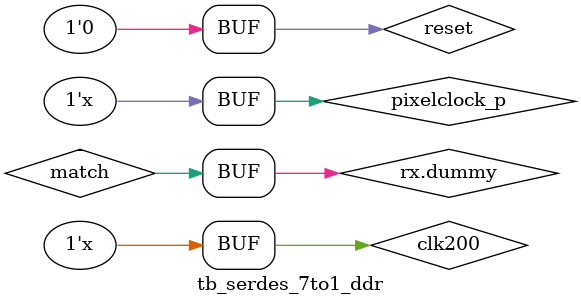
<source format=v>
`timescale 1 ps / 1ps

module tb_serdes_7to1_ddr () ;

reg         clk200 ;
reg         pixelclock_p ;
wire        clkout1_p ;
wire        clkout1_n ;
reg         reset ;
wire    [3:0]   dataout1_p ;
wire    [3:0]   dataout1_n ;
wire        match ;

initial clk200 = 0 ;
initial pixelclock_p = 0 ;

always #(2500) clk200 = ~clk200 ;

always #(5714) pixelclock_p = ~pixelclock_p ;

initial
begin
reset = 1'b1 ;
#150000
reset = 1'b0;
end

/*'walking one' Data generation for testing, user logic will go here*/
reg[22:0] prbs;
reg[27:0] txd1;
wire tx_pixel_clk, tx_pixel_clk_rst_n;
always @ (posedge tx_pixel_clk or negedge tx_pixel_clk_rst_n) begin
    if (tx_pixel_clk_rst_n == 1'b0) begin
        prbs <= 23'b1;
        txd1 <= {5'h12,prbs} ;
    end else begin
        prbs <= {prbs[21:0],prbs[22]^prbs[17]};
        txd1 <= {5'h12,prbs} ;
    end 
end

serdes_7to1_ddr_tx_top #(
    .CLKIN_PERIOD(11.428)
)tx(
    .clkint             (pixelclock_p),  
    .reset              (reset),
    .txd1              (txd1),
    .tx_pixel_clk      (tx_pixel_clk),
    .tx_pixel_clk_rst_n(tx_pixel_clk_rst_n),
    .clkout1_p          (clkout1_p),  
    .clkout1_n          (clkout1_n),
    .dataout1_p         (dataout1_p), 
    .dataout1_n         (dataout1_n)) ;
                                        
serdes_7to1_ddr_rx_top rx(                  
    .reset              (reset),
    .refclkin           (clk200),
    .clkin1_p           (clkout1_p),
    .clkin1_n           (clkout1_n),    
    .datain1_p          (dataout1_p),   
    .datain1_n          (dataout1_n)) ;

assign match = rx.dummy;

endmodule



</source>
